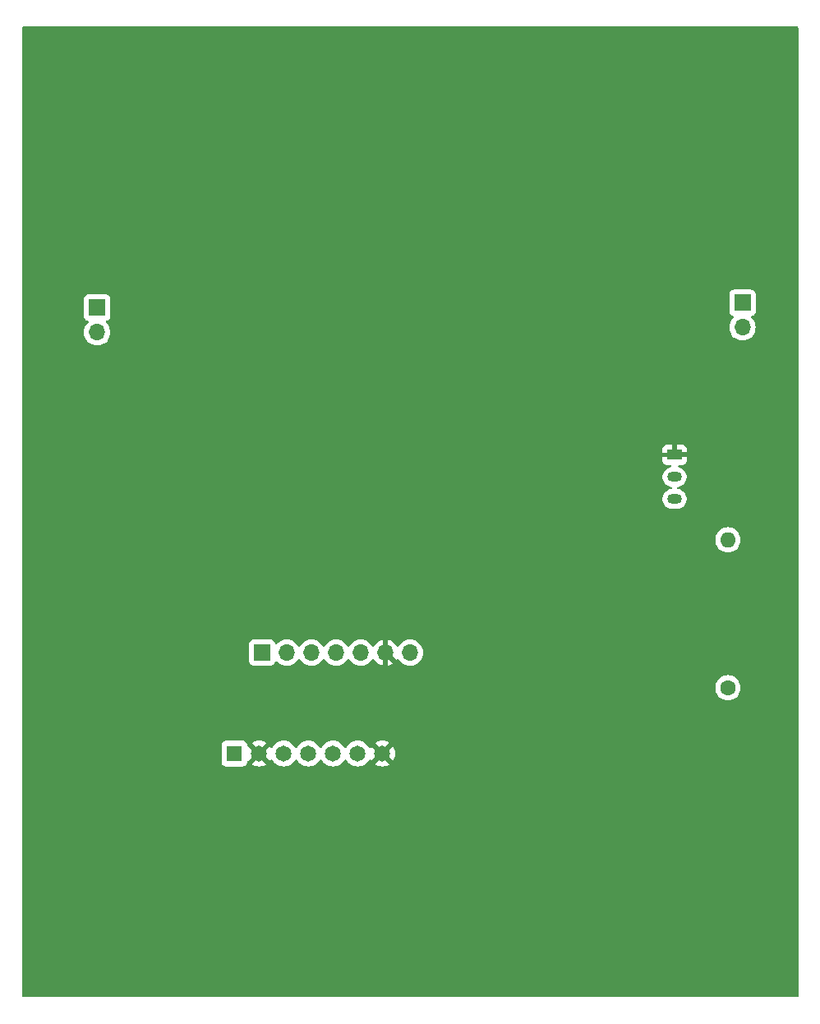
<source format=gbr>
%TF.GenerationSoftware,KiCad,Pcbnew,8.0.6*%
%TF.CreationDate,2025-01-04T10:48:04+08:00*%
%TF.ProjectId,Internal Chamber,496e7465-726e-4616-9c20-4368616d6265,rev?*%
%TF.SameCoordinates,Original*%
%TF.FileFunction,Copper,L2,Bot*%
%TF.FilePolarity,Positive*%
%FSLAX46Y46*%
G04 Gerber Fmt 4.6, Leading zero omitted, Abs format (unit mm)*
G04 Created by KiCad (PCBNEW 8.0.6) date 2025-01-04 10:48:04*
%MOMM*%
%LPD*%
G01*
G04 APERTURE LIST*
%TA.AperFunction,ComponentPad*%
%ADD10R,1.700000X1.700000*%
%TD*%
%TA.AperFunction,ComponentPad*%
%ADD11O,1.700000X1.700000*%
%TD*%
%TA.AperFunction,ComponentPad*%
%ADD12C,1.650000*%
%TD*%
%TA.AperFunction,ComponentPad*%
%ADD13R,1.650000X1.650000*%
%TD*%
%TA.AperFunction,ComponentPad*%
%ADD14O,1.600000X1.600000*%
%TD*%
%TA.AperFunction,ComponentPad*%
%ADD15C,1.600000*%
%TD*%
%TA.AperFunction,ComponentPad*%
%ADD16O,1.500000X1.050000*%
%TD*%
%TA.AperFunction,ComponentPad*%
%ADD17R,1.500000X1.050000*%
%TD*%
%TA.AperFunction,Conductor*%
%ADD18C,0.500000*%
%TD*%
G04 APERTURE END LIST*
D10*
%TO.P,J3,1,Pin_1*%
%TO.N,/Data*%
X146250000Y-68710000D03*
D11*
%TO.P,J3,2,Pin_2*%
X146250000Y-71250000D03*
%TD*%
D10*
%TO.P,J2,1,Pin_1*%
%TO.N,/Data*%
X212750000Y-68210000D03*
D11*
%TO.P,J2,2,Pin_2*%
X212750000Y-70750000D03*
%TD*%
D12*
%TO.P,U1,7,SEL*%
%TO.N,GND*%
X175640000Y-114650000D03*
%TO.P,U1,6,PWM*%
%TO.N,/PWM*%
X173100000Y-114650000D03*
%TO.P,U1,5,RDY*%
%TO.N,/RDY*%
X170560000Y-114650000D03*
%TO.P,U1,4,RX/SDA*%
%TO.N,/SDA*%
X168020000Y-114650000D03*
%TO.P,U1,3,TX/SCL*%
%TO.N,/SCL*%
X165480000Y-114650000D03*
%TO.P,U1,2,GND*%
%TO.N,GND*%
X162940000Y-114650000D03*
D13*
%TO.P,U1,1,VDD*%
%TO.N,/VCC*%
X160400000Y-114650000D03*
%TD*%
D14*
%TO.P,R1,2*%
%TO.N,Net-(U3-DQ)*%
X211250000Y-92630000D03*
D15*
%TO.P,R1,1*%
%TO.N,/TEMP*%
X211250000Y-107870000D03*
%TD*%
D10*
%TO.P,J1,1,Pin_1*%
%TO.N,/VCC*%
X163260000Y-104250000D03*
D11*
%TO.P,J1,2,Pin_2*%
%TO.N,/SCL*%
X165800000Y-104250000D03*
%TO.P,J1,3,Pin_3*%
%TO.N,/SDA*%
X168340000Y-104250000D03*
%TO.P,J1,4,Pin_4*%
%TO.N,/RDY*%
X170880000Y-104250000D03*
%TO.P,J1,5,Pin_5*%
%TO.N,/PWM*%
X173420000Y-104250000D03*
%TO.P,J1,6,Pin_6*%
%TO.N,GND*%
X175960000Y-104250000D03*
%TO.P,J1,7,Pin_7*%
%TO.N,/TEMP*%
X178500000Y-104250000D03*
%TD*%
D16*
%TO.P,U3,3,V_{DD}*%
%TO.N,/VCC*%
X205750000Y-88420000D03*
%TO.P,U3,2,DQ*%
%TO.N,Net-(U3-DQ)*%
X205750000Y-86150000D03*
D17*
%TO.P,U3,1,GND*%
%TO.N,GND*%
X205750000Y-83880000D03*
%TD*%
D18*
%TO.N,GND*%
X166790000Y-118500000D02*
X171790000Y-118500000D01*
X171790000Y-118500000D02*
X175640000Y-114650000D01*
X162940000Y-114650000D02*
X166790000Y-118500000D01*
X178500000Y-110250000D02*
X216500000Y-110250000D01*
X178500000Y-110250000D02*
X178500000Y-111790000D01*
X216500000Y-110250000D02*
X216750000Y-110000000D01*
X178500000Y-106790000D02*
X178500000Y-110250000D01*
X178500000Y-111790000D02*
X175640000Y-114650000D01*
X175960000Y-104250000D02*
X178500000Y-106790000D01*
X216750000Y-89750000D02*
X216750000Y-110000000D01*
X210880000Y-83880000D02*
X216750000Y-89750000D01*
X205750000Y-83880000D02*
X210880000Y-83880000D01*
%TD*%
%TA.AperFunction,Conductor*%
%TO.N,GND*%
G36*
X218443039Y-39769685D02*
G01*
X218488794Y-39822489D01*
X218500000Y-39874000D01*
X218500000Y-139626000D01*
X218480315Y-139693039D01*
X218427511Y-139738794D01*
X218376000Y-139750000D01*
X138624000Y-139750000D01*
X138556961Y-139730315D01*
X138511206Y-139677511D01*
X138500000Y-139626000D01*
X138500000Y-113777135D01*
X159074500Y-113777135D01*
X159074500Y-115522870D01*
X159074501Y-115522876D01*
X159080908Y-115582483D01*
X159131202Y-115717328D01*
X159131206Y-115717335D01*
X159217452Y-115832544D01*
X159217455Y-115832547D01*
X159332664Y-115918793D01*
X159332671Y-115918797D01*
X159467517Y-115969091D01*
X159467516Y-115969091D01*
X159474444Y-115969835D01*
X159527127Y-115975500D01*
X161272872Y-115975499D01*
X161332483Y-115969091D01*
X161467331Y-115918796D01*
X161582546Y-115832546D01*
X161668796Y-115717331D01*
X161719091Y-115582483D01*
X161725500Y-115522873D01*
X161725499Y-115518474D01*
X161745175Y-115451436D01*
X161797973Y-115405674D01*
X161837599Y-115398846D01*
X162416212Y-114820233D01*
X162427482Y-114862292D01*
X162499890Y-114987708D01*
X162602292Y-115090110D01*
X162727708Y-115162518D01*
X162769765Y-115173787D01*
X162196576Y-115746975D01*
X162274969Y-115801867D01*
X162485090Y-115899847D01*
X162485099Y-115899851D01*
X162709031Y-115959852D01*
X162709041Y-115959854D01*
X162939999Y-115980061D01*
X162940001Y-115980061D01*
X163170958Y-115959854D01*
X163170968Y-115959852D01*
X163394900Y-115899851D01*
X163394909Y-115899847D01*
X163605030Y-115801867D01*
X163605034Y-115801865D01*
X163683422Y-115746976D01*
X163683422Y-115746975D01*
X163110235Y-115173787D01*
X163152292Y-115162518D01*
X163277708Y-115090110D01*
X163380110Y-114987708D01*
X163452518Y-114862292D01*
X163463787Y-114820234D01*
X164036975Y-115393422D01*
X164036976Y-115393422D01*
X164091864Y-115315034D01*
X164097339Y-115303294D01*
X164143509Y-115250852D01*
X164210701Y-115231697D01*
X164277584Y-115251909D01*
X164322105Y-115303286D01*
X164327699Y-115315282D01*
X164460730Y-115505269D01*
X164624731Y-115669270D01*
X164814718Y-115802301D01*
X165024921Y-115900320D01*
X165248950Y-115960349D01*
X165413985Y-115974787D01*
X165479998Y-115980563D01*
X165480000Y-115980563D01*
X165480002Y-115980563D01*
X165537894Y-115975498D01*
X165711050Y-115960349D01*
X165935079Y-115900320D01*
X166145282Y-115802301D01*
X166335269Y-115669270D01*
X166499270Y-115505269D01*
X166632301Y-115315282D01*
X166637618Y-115303878D01*
X166683790Y-115251440D01*
X166750984Y-115232288D01*
X166817865Y-115252504D01*
X166862381Y-115303878D01*
X166867699Y-115315282D01*
X167000730Y-115505269D01*
X167164731Y-115669270D01*
X167354718Y-115802301D01*
X167564921Y-115900320D01*
X167788950Y-115960349D01*
X167953985Y-115974787D01*
X168019998Y-115980563D01*
X168020000Y-115980563D01*
X168020002Y-115980563D01*
X168077894Y-115975498D01*
X168251050Y-115960349D01*
X168475079Y-115900320D01*
X168685282Y-115802301D01*
X168875269Y-115669270D01*
X169039270Y-115505269D01*
X169172301Y-115315282D01*
X169177618Y-115303878D01*
X169223790Y-115251440D01*
X169290984Y-115232288D01*
X169357865Y-115252504D01*
X169402381Y-115303878D01*
X169407699Y-115315282D01*
X169540730Y-115505269D01*
X169704731Y-115669270D01*
X169894718Y-115802301D01*
X170104921Y-115900320D01*
X170328950Y-115960349D01*
X170493985Y-115974787D01*
X170559998Y-115980563D01*
X170560000Y-115980563D01*
X170560002Y-115980563D01*
X170617894Y-115975498D01*
X170791050Y-115960349D01*
X171015079Y-115900320D01*
X171225282Y-115802301D01*
X171415269Y-115669270D01*
X171579270Y-115505269D01*
X171712301Y-115315282D01*
X171717618Y-115303878D01*
X171763790Y-115251440D01*
X171830984Y-115232288D01*
X171897865Y-115252504D01*
X171942381Y-115303878D01*
X171947699Y-115315282D01*
X172080730Y-115505269D01*
X172244731Y-115669270D01*
X172434718Y-115802301D01*
X172644921Y-115900320D01*
X172868950Y-115960349D01*
X173033985Y-115974787D01*
X173099998Y-115980563D01*
X173100000Y-115980563D01*
X173100002Y-115980563D01*
X173157894Y-115975498D01*
X173331050Y-115960349D01*
X173555079Y-115900320D01*
X173765282Y-115802301D01*
X173955269Y-115669270D01*
X174119270Y-115505269D01*
X174252301Y-115315282D01*
X174257893Y-115303289D01*
X174304062Y-115250851D01*
X174371255Y-115231697D01*
X174438137Y-115251911D01*
X174482656Y-115303286D01*
X174488132Y-115315029D01*
X174543023Y-115393422D01*
X175116212Y-114820233D01*
X175127482Y-114862292D01*
X175199890Y-114987708D01*
X175302292Y-115090110D01*
X175427708Y-115162518D01*
X175469765Y-115173787D01*
X174896576Y-115746975D01*
X174974969Y-115801867D01*
X175185090Y-115899847D01*
X175185099Y-115899851D01*
X175409031Y-115959852D01*
X175409041Y-115959854D01*
X175639999Y-115980061D01*
X175640001Y-115980061D01*
X175870958Y-115959854D01*
X175870968Y-115959852D01*
X176094900Y-115899851D01*
X176094909Y-115899847D01*
X176305030Y-115801867D01*
X176305034Y-115801865D01*
X176383422Y-115746976D01*
X176383422Y-115746975D01*
X175810235Y-115173787D01*
X175852292Y-115162518D01*
X175977708Y-115090110D01*
X176080110Y-114987708D01*
X176152518Y-114862292D01*
X176163787Y-114820234D01*
X176736975Y-115393422D01*
X176736976Y-115393422D01*
X176791865Y-115315034D01*
X176791867Y-115315030D01*
X176889847Y-115104909D01*
X176889851Y-115104900D01*
X176949852Y-114880968D01*
X176949854Y-114880958D01*
X176970061Y-114650000D01*
X176970061Y-114649999D01*
X176949854Y-114419041D01*
X176949852Y-114419031D01*
X176889851Y-114195099D01*
X176889847Y-114195090D01*
X176791867Y-113984971D01*
X176791866Y-113984969D01*
X176736975Y-113906577D01*
X176736975Y-113906576D01*
X176163787Y-114479764D01*
X176152518Y-114437708D01*
X176080110Y-114312292D01*
X175977708Y-114209890D01*
X175852292Y-114137482D01*
X175810234Y-114126212D01*
X176383422Y-113553023D01*
X176305030Y-113498133D01*
X176094909Y-113400152D01*
X176094900Y-113400148D01*
X175870968Y-113340147D01*
X175870958Y-113340145D01*
X175640001Y-113319939D01*
X175639999Y-113319939D01*
X175409041Y-113340145D01*
X175409031Y-113340147D01*
X175185099Y-113400148D01*
X175185090Y-113400152D01*
X174974967Y-113498134D01*
X174896576Y-113553022D01*
X175469766Y-114126212D01*
X175427708Y-114137482D01*
X175302292Y-114209890D01*
X175199890Y-114312292D01*
X175127482Y-114437708D01*
X175116212Y-114479765D01*
X174543023Y-113906576D01*
X174543022Y-113906576D01*
X174488134Y-113984966D01*
X174482655Y-113996717D01*
X174436480Y-114049154D01*
X174369286Y-114068303D01*
X174302405Y-114048084D01*
X174257894Y-113996713D01*
X174252301Y-113984719D01*
X174119270Y-113794731D01*
X173955269Y-113630730D01*
X173765282Y-113497699D01*
X173555079Y-113399680D01*
X173555076Y-113399679D01*
X173555074Y-113399678D01*
X173331051Y-113339651D01*
X173331044Y-113339650D01*
X173100002Y-113319437D01*
X173099998Y-113319437D01*
X172868955Y-113339650D01*
X172868948Y-113339651D01*
X172644917Y-113399681D01*
X172434718Y-113497699D01*
X172434714Y-113497701D01*
X172244735Y-113630726D01*
X172244729Y-113630731D01*
X172080731Y-113794729D01*
X172080726Y-113794735D01*
X171947701Y-113984714D01*
X171947698Y-113984720D01*
X171942381Y-113996123D01*
X171896207Y-114048562D01*
X171829013Y-114067712D01*
X171762133Y-114047495D01*
X171717619Y-113996123D01*
X171712420Y-113984975D01*
X171712301Y-113984719D01*
X171712299Y-113984716D01*
X171712298Y-113984714D01*
X171579273Y-113794735D01*
X171579268Y-113794729D01*
X171415269Y-113630730D01*
X171304292Y-113553023D01*
X171225282Y-113497699D01*
X171015079Y-113399680D01*
X171015076Y-113399679D01*
X171015074Y-113399678D01*
X170791051Y-113339651D01*
X170791044Y-113339650D01*
X170560002Y-113319437D01*
X170559998Y-113319437D01*
X170328955Y-113339650D01*
X170328948Y-113339651D01*
X170104917Y-113399681D01*
X169894718Y-113497699D01*
X169894714Y-113497701D01*
X169704735Y-113630726D01*
X169704729Y-113630731D01*
X169540731Y-113794729D01*
X169540726Y-113794735D01*
X169407701Y-113984714D01*
X169407698Y-113984720D01*
X169402381Y-113996123D01*
X169356207Y-114048562D01*
X169289013Y-114067712D01*
X169222133Y-114047495D01*
X169177619Y-113996123D01*
X169172420Y-113984975D01*
X169172301Y-113984719D01*
X169172299Y-113984716D01*
X169172298Y-113984714D01*
X169039273Y-113794735D01*
X169039268Y-113794729D01*
X168875269Y-113630730D01*
X168764292Y-113553023D01*
X168685282Y-113497699D01*
X168475079Y-113399680D01*
X168475076Y-113399679D01*
X168475074Y-113399678D01*
X168251051Y-113339651D01*
X168251044Y-113339650D01*
X168020002Y-113319437D01*
X168019998Y-113319437D01*
X167788955Y-113339650D01*
X167788948Y-113339651D01*
X167564917Y-113399681D01*
X167354718Y-113497699D01*
X167354714Y-113497701D01*
X167164735Y-113630726D01*
X167164729Y-113630731D01*
X167000731Y-113794729D01*
X167000726Y-113794735D01*
X166867701Y-113984714D01*
X166867698Y-113984720D01*
X166862381Y-113996123D01*
X166816207Y-114048562D01*
X166749013Y-114067712D01*
X166682133Y-114047495D01*
X166637619Y-113996123D01*
X166632420Y-113984975D01*
X166632301Y-113984719D01*
X166632299Y-113984716D01*
X166632298Y-113984714D01*
X166499273Y-113794735D01*
X166499268Y-113794729D01*
X166335269Y-113630730D01*
X166224292Y-113553023D01*
X166145282Y-113497699D01*
X165935079Y-113399680D01*
X165935076Y-113399679D01*
X165935074Y-113399678D01*
X165711051Y-113339651D01*
X165711044Y-113339650D01*
X165480002Y-113319437D01*
X165479998Y-113319437D01*
X165248955Y-113339650D01*
X165248948Y-113339651D01*
X165024917Y-113399681D01*
X164814718Y-113497699D01*
X164814714Y-113497701D01*
X164624735Y-113630726D01*
X164624729Y-113630731D01*
X164460731Y-113794729D01*
X164460726Y-113794735D01*
X164327701Y-113984714D01*
X164327697Y-113984722D01*
X164322104Y-113996716D01*
X164275929Y-114049154D01*
X164208735Y-114068303D01*
X164141855Y-114048084D01*
X164097342Y-113996711D01*
X164091869Y-113984975D01*
X164091866Y-113984969D01*
X164036975Y-113906577D01*
X164036975Y-113906576D01*
X163463787Y-114479764D01*
X163452518Y-114437708D01*
X163380110Y-114312292D01*
X163277708Y-114209890D01*
X163152292Y-114137482D01*
X163110234Y-114126212D01*
X163683422Y-113553023D01*
X163605030Y-113498133D01*
X163394909Y-113400152D01*
X163394900Y-113400148D01*
X163170968Y-113340147D01*
X163170958Y-113340145D01*
X162940001Y-113319939D01*
X162939999Y-113319939D01*
X162709041Y-113340145D01*
X162709031Y-113340147D01*
X162485099Y-113400148D01*
X162485090Y-113400152D01*
X162274967Y-113498134D01*
X162196576Y-113553022D01*
X162769766Y-114126212D01*
X162727708Y-114137482D01*
X162602292Y-114209890D01*
X162499890Y-114312292D01*
X162427482Y-114437708D01*
X162416212Y-114479765D01*
X161836782Y-113900336D01*
X161791805Y-113891297D01*
X161741623Y-113842681D01*
X161725499Y-113781536D01*
X161725499Y-113777129D01*
X161725498Y-113777123D01*
X161725497Y-113777116D01*
X161719091Y-113717517D01*
X161668796Y-113582669D01*
X161668795Y-113582668D01*
X161668793Y-113582664D01*
X161582547Y-113467455D01*
X161582544Y-113467452D01*
X161467335Y-113381206D01*
X161467328Y-113381202D01*
X161332482Y-113330908D01*
X161332483Y-113330908D01*
X161272883Y-113324501D01*
X161272881Y-113324500D01*
X161272873Y-113324500D01*
X161272864Y-113324500D01*
X159527129Y-113324500D01*
X159527123Y-113324501D01*
X159467516Y-113330908D01*
X159332671Y-113381202D01*
X159332664Y-113381206D01*
X159217455Y-113467452D01*
X159217452Y-113467455D01*
X159131206Y-113582664D01*
X159131202Y-113582671D01*
X159080908Y-113717517D01*
X159074501Y-113777116D01*
X159074501Y-113777123D01*
X159074500Y-113777135D01*
X138500000Y-113777135D01*
X138500000Y-107869998D01*
X209944532Y-107869998D01*
X209944532Y-107870001D01*
X209964364Y-108096686D01*
X209964366Y-108096697D01*
X210023258Y-108316488D01*
X210023261Y-108316497D01*
X210119431Y-108522732D01*
X210119432Y-108522734D01*
X210249954Y-108709141D01*
X210410858Y-108870045D01*
X210410861Y-108870047D01*
X210597266Y-109000568D01*
X210803504Y-109096739D01*
X211023308Y-109155635D01*
X211185230Y-109169801D01*
X211249998Y-109175468D01*
X211250000Y-109175468D01*
X211250002Y-109175468D01*
X211306673Y-109170509D01*
X211476692Y-109155635D01*
X211696496Y-109096739D01*
X211902734Y-109000568D01*
X212089139Y-108870047D01*
X212250047Y-108709139D01*
X212380568Y-108522734D01*
X212476739Y-108316496D01*
X212535635Y-108096692D01*
X212555468Y-107870000D01*
X212535635Y-107643308D01*
X212476739Y-107423504D01*
X212380568Y-107217266D01*
X212250047Y-107030861D01*
X212250045Y-107030858D01*
X212089141Y-106869954D01*
X211902734Y-106739432D01*
X211902732Y-106739431D01*
X211696497Y-106643261D01*
X211696488Y-106643258D01*
X211476697Y-106584366D01*
X211476693Y-106584365D01*
X211476692Y-106584365D01*
X211476691Y-106584364D01*
X211476686Y-106584364D01*
X211250002Y-106564532D01*
X211249998Y-106564532D01*
X211023313Y-106584364D01*
X211023302Y-106584366D01*
X210803511Y-106643258D01*
X210803502Y-106643261D01*
X210597267Y-106739431D01*
X210597265Y-106739432D01*
X210410858Y-106869954D01*
X210249954Y-107030858D01*
X210119432Y-107217265D01*
X210119431Y-107217267D01*
X210023261Y-107423502D01*
X210023258Y-107423511D01*
X209964366Y-107643302D01*
X209964364Y-107643313D01*
X209944532Y-107869998D01*
X138500000Y-107869998D01*
X138500000Y-103352135D01*
X161909500Y-103352135D01*
X161909500Y-105147870D01*
X161909501Y-105147876D01*
X161915908Y-105207483D01*
X161966202Y-105342328D01*
X161966206Y-105342335D01*
X162052452Y-105457544D01*
X162052455Y-105457547D01*
X162167664Y-105543793D01*
X162167671Y-105543797D01*
X162302517Y-105594091D01*
X162302516Y-105594091D01*
X162309444Y-105594835D01*
X162362127Y-105600500D01*
X164157872Y-105600499D01*
X164217483Y-105594091D01*
X164352331Y-105543796D01*
X164467546Y-105457546D01*
X164553796Y-105342331D01*
X164602810Y-105210916D01*
X164644681Y-105154984D01*
X164710145Y-105130566D01*
X164778418Y-105145417D01*
X164806673Y-105166569D01*
X164928599Y-105288495D01*
X165025384Y-105356265D01*
X165122165Y-105424032D01*
X165122167Y-105424033D01*
X165122170Y-105424035D01*
X165336337Y-105523903D01*
X165564592Y-105585063D01*
X165741034Y-105600500D01*
X165799999Y-105605659D01*
X165800000Y-105605659D01*
X165800001Y-105605659D01*
X165858966Y-105600500D01*
X166035408Y-105585063D01*
X166263663Y-105523903D01*
X166477830Y-105424035D01*
X166671401Y-105288495D01*
X166838495Y-105121401D01*
X166968425Y-104935842D01*
X167023002Y-104892217D01*
X167092500Y-104885023D01*
X167154855Y-104916546D01*
X167171575Y-104935842D01*
X167301500Y-105121395D01*
X167301505Y-105121401D01*
X167468599Y-105288495D01*
X167565384Y-105356265D01*
X167662165Y-105424032D01*
X167662167Y-105424033D01*
X167662170Y-105424035D01*
X167876337Y-105523903D01*
X168104592Y-105585063D01*
X168281034Y-105600500D01*
X168339999Y-105605659D01*
X168340000Y-105605659D01*
X168340001Y-105605659D01*
X168398966Y-105600500D01*
X168575408Y-105585063D01*
X168803663Y-105523903D01*
X169017830Y-105424035D01*
X169211401Y-105288495D01*
X169378495Y-105121401D01*
X169508425Y-104935842D01*
X169563002Y-104892217D01*
X169632500Y-104885023D01*
X169694855Y-104916546D01*
X169711575Y-104935842D01*
X169841500Y-105121395D01*
X169841505Y-105121401D01*
X170008599Y-105288495D01*
X170105384Y-105356265D01*
X170202165Y-105424032D01*
X170202167Y-105424033D01*
X170202170Y-105424035D01*
X170416337Y-105523903D01*
X170644592Y-105585063D01*
X170821034Y-105600500D01*
X170879999Y-105605659D01*
X170880000Y-105605659D01*
X170880001Y-105605659D01*
X170938966Y-105600500D01*
X171115408Y-105585063D01*
X171343663Y-105523903D01*
X171557830Y-105424035D01*
X171751401Y-105288495D01*
X171918495Y-105121401D01*
X172048425Y-104935842D01*
X172103002Y-104892217D01*
X172172500Y-104885023D01*
X172234855Y-104916546D01*
X172251575Y-104935842D01*
X172381500Y-105121395D01*
X172381505Y-105121401D01*
X172548599Y-105288495D01*
X172645384Y-105356265D01*
X172742165Y-105424032D01*
X172742167Y-105424033D01*
X172742170Y-105424035D01*
X172956337Y-105523903D01*
X173184592Y-105585063D01*
X173361034Y-105600500D01*
X173419999Y-105605659D01*
X173420000Y-105605659D01*
X173420001Y-105605659D01*
X173478966Y-105600500D01*
X173655408Y-105585063D01*
X173883663Y-105523903D01*
X174097830Y-105424035D01*
X174291401Y-105288495D01*
X174458495Y-105121401D01*
X174588730Y-104935405D01*
X174643307Y-104891781D01*
X174712805Y-104884587D01*
X174775160Y-104916110D01*
X174791879Y-104935405D01*
X174921890Y-105121078D01*
X175088917Y-105288105D01*
X175282421Y-105423600D01*
X175496507Y-105523429D01*
X175496516Y-105523433D01*
X175710000Y-105580634D01*
X175710000Y-104683012D01*
X175767007Y-104715925D01*
X175894174Y-104750000D01*
X176025826Y-104750000D01*
X176152993Y-104715925D01*
X176210000Y-104683012D01*
X176210000Y-105580633D01*
X176423483Y-105523433D01*
X176423492Y-105523429D01*
X176637578Y-105423600D01*
X176831082Y-105288105D01*
X176998105Y-105121082D01*
X177128119Y-104935405D01*
X177182696Y-104891781D01*
X177252195Y-104884588D01*
X177314549Y-104916110D01*
X177331269Y-104935405D01*
X177461505Y-105121401D01*
X177628599Y-105288495D01*
X177725384Y-105356265D01*
X177822165Y-105424032D01*
X177822167Y-105424033D01*
X177822170Y-105424035D01*
X178036337Y-105523903D01*
X178264592Y-105585063D01*
X178441034Y-105600500D01*
X178499999Y-105605659D01*
X178500000Y-105605659D01*
X178500001Y-105605659D01*
X178558966Y-105600500D01*
X178735408Y-105585063D01*
X178963663Y-105523903D01*
X179177830Y-105424035D01*
X179371401Y-105288495D01*
X179538495Y-105121401D01*
X179674035Y-104927830D01*
X179773903Y-104713663D01*
X179835063Y-104485408D01*
X179855659Y-104250000D01*
X179835063Y-104014592D01*
X179773903Y-103786337D01*
X179674035Y-103572171D01*
X179668731Y-103564595D01*
X179538494Y-103378597D01*
X179371402Y-103211506D01*
X179371395Y-103211501D01*
X179177834Y-103075967D01*
X179177830Y-103075965D01*
X179177828Y-103075964D01*
X178963663Y-102976097D01*
X178963659Y-102976096D01*
X178963655Y-102976094D01*
X178735413Y-102914938D01*
X178735403Y-102914936D01*
X178500001Y-102894341D01*
X178499999Y-102894341D01*
X178264596Y-102914936D01*
X178264586Y-102914938D01*
X178036344Y-102976094D01*
X178036335Y-102976098D01*
X177822171Y-103075964D01*
X177822169Y-103075965D01*
X177628597Y-103211505D01*
X177461508Y-103378594D01*
X177331269Y-103564595D01*
X177276692Y-103608219D01*
X177207193Y-103615412D01*
X177144839Y-103583890D01*
X177128119Y-103564594D01*
X176998113Y-103378926D01*
X176998108Y-103378920D01*
X176831082Y-103211894D01*
X176637578Y-103076399D01*
X176423492Y-102976570D01*
X176423486Y-102976567D01*
X176210000Y-102919364D01*
X176210000Y-103816988D01*
X176152993Y-103784075D01*
X176025826Y-103750000D01*
X175894174Y-103750000D01*
X175767007Y-103784075D01*
X175710000Y-103816988D01*
X175710000Y-102919364D01*
X175709999Y-102919364D01*
X175496513Y-102976567D01*
X175496507Y-102976570D01*
X175282422Y-103076399D01*
X175282420Y-103076400D01*
X175088926Y-103211886D01*
X175088920Y-103211891D01*
X174921891Y-103378920D01*
X174921890Y-103378922D01*
X174791880Y-103564595D01*
X174737303Y-103608219D01*
X174667804Y-103615412D01*
X174605450Y-103583890D01*
X174588730Y-103564594D01*
X174458494Y-103378597D01*
X174291402Y-103211506D01*
X174291395Y-103211501D01*
X174097834Y-103075967D01*
X174097830Y-103075965D01*
X174097828Y-103075964D01*
X173883663Y-102976097D01*
X173883659Y-102976096D01*
X173883655Y-102976094D01*
X173655413Y-102914938D01*
X173655403Y-102914936D01*
X173420001Y-102894341D01*
X173419999Y-102894341D01*
X173184596Y-102914936D01*
X173184586Y-102914938D01*
X172956344Y-102976094D01*
X172956335Y-102976098D01*
X172742171Y-103075964D01*
X172742169Y-103075965D01*
X172548597Y-103211505D01*
X172381505Y-103378597D01*
X172251575Y-103564158D01*
X172196998Y-103607783D01*
X172127500Y-103614977D01*
X172065145Y-103583454D01*
X172048425Y-103564158D01*
X171918494Y-103378597D01*
X171751402Y-103211506D01*
X171751395Y-103211501D01*
X171557834Y-103075967D01*
X171557830Y-103075965D01*
X171557828Y-103075964D01*
X171343663Y-102976097D01*
X171343659Y-102976096D01*
X171343655Y-102976094D01*
X171115413Y-102914938D01*
X171115403Y-102914936D01*
X170880001Y-102894341D01*
X170879999Y-102894341D01*
X170644596Y-102914936D01*
X170644586Y-102914938D01*
X170416344Y-102976094D01*
X170416335Y-102976098D01*
X170202171Y-103075964D01*
X170202169Y-103075965D01*
X170008597Y-103211505D01*
X169841505Y-103378597D01*
X169711575Y-103564158D01*
X169656998Y-103607783D01*
X169587500Y-103614977D01*
X169525145Y-103583454D01*
X169508425Y-103564158D01*
X169378494Y-103378597D01*
X169211402Y-103211506D01*
X169211395Y-103211501D01*
X169017834Y-103075967D01*
X169017830Y-103075965D01*
X169017828Y-103075964D01*
X168803663Y-102976097D01*
X168803659Y-102976096D01*
X168803655Y-102976094D01*
X168575413Y-102914938D01*
X168575403Y-102914936D01*
X168340001Y-102894341D01*
X168339999Y-102894341D01*
X168104596Y-102914936D01*
X168104586Y-102914938D01*
X167876344Y-102976094D01*
X167876335Y-102976098D01*
X167662171Y-103075964D01*
X167662169Y-103075965D01*
X167468597Y-103211505D01*
X167301505Y-103378597D01*
X167171575Y-103564158D01*
X167116998Y-103607783D01*
X167047500Y-103614977D01*
X166985145Y-103583454D01*
X166968425Y-103564158D01*
X166838494Y-103378597D01*
X166671402Y-103211506D01*
X166671395Y-103211501D01*
X166477834Y-103075967D01*
X166477830Y-103075965D01*
X166477828Y-103075964D01*
X166263663Y-102976097D01*
X166263659Y-102976096D01*
X166263655Y-102976094D01*
X166035413Y-102914938D01*
X166035403Y-102914936D01*
X165800001Y-102894341D01*
X165799999Y-102894341D01*
X165564596Y-102914936D01*
X165564586Y-102914938D01*
X165336344Y-102976094D01*
X165336335Y-102976098D01*
X165122171Y-103075964D01*
X165122169Y-103075965D01*
X164928600Y-103211503D01*
X164806673Y-103333430D01*
X164745350Y-103366914D01*
X164675658Y-103361930D01*
X164619725Y-103320058D01*
X164602810Y-103289081D01*
X164553797Y-103157671D01*
X164553793Y-103157664D01*
X164467547Y-103042455D01*
X164467544Y-103042452D01*
X164352335Y-102956206D01*
X164352328Y-102956202D01*
X164217482Y-102905908D01*
X164217483Y-102905908D01*
X164157883Y-102899501D01*
X164157881Y-102899500D01*
X164157873Y-102899500D01*
X164157864Y-102899500D01*
X162362129Y-102899500D01*
X162362123Y-102899501D01*
X162302516Y-102905908D01*
X162167671Y-102956202D01*
X162167664Y-102956206D01*
X162052455Y-103042452D01*
X162052452Y-103042455D01*
X161966206Y-103157664D01*
X161966202Y-103157671D01*
X161915908Y-103292517D01*
X161909501Y-103352116D01*
X161909500Y-103352135D01*
X138500000Y-103352135D01*
X138500000Y-92629998D01*
X209944532Y-92629998D01*
X209944532Y-92630001D01*
X209964364Y-92856686D01*
X209964366Y-92856697D01*
X210023258Y-93076488D01*
X210023261Y-93076497D01*
X210119431Y-93282732D01*
X210119432Y-93282734D01*
X210249954Y-93469141D01*
X210410858Y-93630045D01*
X210410861Y-93630047D01*
X210597266Y-93760568D01*
X210803504Y-93856739D01*
X211023308Y-93915635D01*
X211185230Y-93929801D01*
X211249998Y-93935468D01*
X211250000Y-93935468D01*
X211250002Y-93935468D01*
X211306673Y-93930509D01*
X211476692Y-93915635D01*
X211696496Y-93856739D01*
X211902734Y-93760568D01*
X212089139Y-93630047D01*
X212250047Y-93469139D01*
X212380568Y-93282734D01*
X212476739Y-93076496D01*
X212535635Y-92856692D01*
X212555468Y-92630000D01*
X212535635Y-92403308D01*
X212476739Y-92183504D01*
X212380568Y-91977266D01*
X212250047Y-91790861D01*
X212250045Y-91790858D01*
X212089141Y-91629954D01*
X211902734Y-91499432D01*
X211902732Y-91499431D01*
X211696497Y-91403261D01*
X211696488Y-91403258D01*
X211476697Y-91344366D01*
X211476693Y-91344365D01*
X211476692Y-91344365D01*
X211476691Y-91344364D01*
X211476686Y-91344364D01*
X211250002Y-91324532D01*
X211249998Y-91324532D01*
X211023313Y-91344364D01*
X211023302Y-91344366D01*
X210803511Y-91403258D01*
X210803502Y-91403261D01*
X210597267Y-91499431D01*
X210597265Y-91499432D01*
X210410858Y-91629954D01*
X210249954Y-91790858D01*
X210119432Y-91977265D01*
X210119431Y-91977267D01*
X210023261Y-92183502D01*
X210023258Y-92183511D01*
X209964366Y-92403302D01*
X209964364Y-92403313D01*
X209944532Y-92629998D01*
X138500000Y-92629998D01*
X138500000Y-86048992D01*
X204499500Y-86048992D01*
X204499500Y-86251007D01*
X204538907Y-86449119D01*
X204538909Y-86449127D01*
X204616212Y-86635752D01*
X204616217Y-86635762D01*
X204728441Y-86803718D01*
X204871281Y-86946558D01*
X205039237Y-87058782D01*
X205039241Y-87058784D01*
X205039244Y-87058786D01*
X205225873Y-87136091D01*
X205277777Y-87146415D01*
X205363077Y-87163383D01*
X205424988Y-87195768D01*
X205459562Y-87256483D01*
X205455823Y-87326253D01*
X205414956Y-87382925D01*
X205363077Y-87406617D01*
X205225880Y-87433907D01*
X205225872Y-87433909D01*
X205039247Y-87511212D01*
X205039237Y-87511217D01*
X204871281Y-87623441D01*
X204728441Y-87766281D01*
X204616217Y-87934237D01*
X204616212Y-87934247D01*
X204538909Y-88120872D01*
X204538907Y-88120880D01*
X204499500Y-88318992D01*
X204499500Y-88521007D01*
X204538907Y-88719119D01*
X204538909Y-88719127D01*
X204616212Y-88905752D01*
X204616217Y-88905762D01*
X204728441Y-89073718D01*
X204871281Y-89216558D01*
X205039237Y-89328782D01*
X205039241Y-89328784D01*
X205039244Y-89328786D01*
X205225873Y-89406091D01*
X205423992Y-89445499D01*
X205423996Y-89445500D01*
X205423997Y-89445500D01*
X206076004Y-89445500D01*
X206076005Y-89445499D01*
X206274127Y-89406091D01*
X206460756Y-89328786D01*
X206628718Y-89216558D01*
X206771558Y-89073718D01*
X206883786Y-88905756D01*
X206961091Y-88719127D01*
X207000500Y-88521003D01*
X207000500Y-88318997D01*
X206961091Y-88120873D01*
X206883786Y-87934244D01*
X206883784Y-87934241D01*
X206883782Y-87934237D01*
X206771558Y-87766281D01*
X206628718Y-87623441D01*
X206460762Y-87511217D01*
X206460752Y-87511212D01*
X206274127Y-87433909D01*
X206274119Y-87433907D01*
X206136922Y-87406617D01*
X206075011Y-87374232D01*
X206040437Y-87313517D01*
X206044176Y-87243747D01*
X206085042Y-87187075D01*
X206136922Y-87163383D01*
X206195912Y-87151648D01*
X206274127Y-87136091D01*
X206460756Y-87058786D01*
X206628718Y-86946558D01*
X206771558Y-86803718D01*
X206883786Y-86635756D01*
X206961091Y-86449127D01*
X207000500Y-86251003D01*
X207000500Y-86048997D01*
X206961091Y-85850873D01*
X206883786Y-85664244D01*
X206883784Y-85664241D01*
X206883782Y-85664237D01*
X206771558Y-85496281D01*
X206628718Y-85353441D01*
X206460762Y-85241217D01*
X206460752Y-85241212D01*
X206274127Y-85163909D01*
X206274119Y-85163907D01*
X206207306Y-85150617D01*
X206145395Y-85118232D01*
X206110821Y-85057517D01*
X206114560Y-84987747D01*
X206155427Y-84931075D01*
X206220445Y-84905494D01*
X206231497Y-84905000D01*
X206547828Y-84905000D01*
X206547844Y-84904999D01*
X206607372Y-84898598D01*
X206607379Y-84898596D01*
X206742086Y-84848354D01*
X206742093Y-84848350D01*
X206857187Y-84762190D01*
X206857190Y-84762187D01*
X206943350Y-84647093D01*
X206943354Y-84647086D01*
X206993596Y-84512379D01*
X206993598Y-84512372D01*
X206999999Y-84452844D01*
X207000000Y-84452827D01*
X207000000Y-84130000D01*
X206030330Y-84130000D01*
X206050075Y-84110255D01*
X206099444Y-84024745D01*
X206125000Y-83929370D01*
X206125000Y-83830630D01*
X206099444Y-83735255D01*
X206050075Y-83649745D01*
X206030330Y-83630000D01*
X207000000Y-83630000D01*
X207000000Y-83307172D01*
X206999999Y-83307155D01*
X206993598Y-83247627D01*
X206993596Y-83247620D01*
X206943354Y-83112913D01*
X206943350Y-83112906D01*
X206857190Y-82997812D01*
X206857187Y-82997809D01*
X206742093Y-82911649D01*
X206742086Y-82911645D01*
X206607379Y-82861403D01*
X206607372Y-82861401D01*
X206547844Y-82855000D01*
X206000000Y-82855000D01*
X206000000Y-83599670D01*
X205980255Y-83579925D01*
X205894745Y-83530556D01*
X205799370Y-83505000D01*
X205700630Y-83505000D01*
X205605255Y-83530556D01*
X205519745Y-83579925D01*
X205500000Y-83599670D01*
X205500000Y-82855000D01*
X204952155Y-82855000D01*
X204892627Y-82861401D01*
X204892620Y-82861403D01*
X204757913Y-82911645D01*
X204757906Y-82911649D01*
X204642812Y-82997809D01*
X204642809Y-82997812D01*
X204556649Y-83112906D01*
X204556645Y-83112913D01*
X204506403Y-83247620D01*
X204506401Y-83247627D01*
X204500000Y-83307155D01*
X204500000Y-83630000D01*
X205469670Y-83630000D01*
X205449925Y-83649745D01*
X205400556Y-83735255D01*
X205375000Y-83830630D01*
X205375000Y-83929370D01*
X205400556Y-84024745D01*
X205449925Y-84110255D01*
X205469670Y-84130000D01*
X204500000Y-84130000D01*
X204500000Y-84452844D01*
X204506401Y-84512372D01*
X204506403Y-84512379D01*
X204556645Y-84647086D01*
X204556649Y-84647093D01*
X204642809Y-84762187D01*
X204642812Y-84762190D01*
X204757906Y-84848350D01*
X204757913Y-84848354D01*
X204892620Y-84898596D01*
X204892627Y-84898598D01*
X204952155Y-84904999D01*
X204952172Y-84905000D01*
X205268503Y-84905000D01*
X205335542Y-84924685D01*
X205381297Y-84977489D01*
X205391241Y-85046647D01*
X205362216Y-85110203D01*
X205303438Y-85147977D01*
X205292694Y-85150617D01*
X205225880Y-85163907D01*
X205225872Y-85163909D01*
X205039247Y-85241212D01*
X205039237Y-85241217D01*
X204871281Y-85353441D01*
X204728441Y-85496281D01*
X204616217Y-85664237D01*
X204616212Y-85664247D01*
X204538909Y-85850872D01*
X204538907Y-85850880D01*
X204499500Y-86048992D01*
X138500000Y-86048992D01*
X138500000Y-71249999D01*
X144894341Y-71249999D01*
X144894341Y-71250000D01*
X144914936Y-71485403D01*
X144914938Y-71485413D01*
X144976094Y-71713655D01*
X144976096Y-71713659D01*
X144976097Y-71713663D01*
X145074194Y-71924032D01*
X145075965Y-71927830D01*
X145075967Y-71927834D01*
X145184281Y-72082521D01*
X145211505Y-72121401D01*
X145378599Y-72288495D01*
X145475384Y-72356265D01*
X145572165Y-72424032D01*
X145572167Y-72424033D01*
X145572170Y-72424035D01*
X145786337Y-72523903D01*
X146014592Y-72585063D01*
X146202918Y-72601539D01*
X146249999Y-72605659D01*
X146250000Y-72605659D01*
X146250001Y-72605659D01*
X146289234Y-72602226D01*
X146485408Y-72585063D01*
X146713663Y-72523903D01*
X146927830Y-72424035D01*
X147121401Y-72288495D01*
X147288495Y-72121401D01*
X147424035Y-71927830D01*
X147523903Y-71713663D01*
X147585063Y-71485408D01*
X147605659Y-71250000D01*
X147585063Y-71014592D01*
X147523903Y-70786337D01*
X147506958Y-70749999D01*
X211394341Y-70749999D01*
X211394341Y-70750000D01*
X211414936Y-70985403D01*
X211414938Y-70985413D01*
X211476094Y-71213655D01*
X211476096Y-71213659D01*
X211476097Y-71213663D01*
X211575965Y-71427830D01*
X211575967Y-71427834D01*
X211616285Y-71485413D01*
X211711505Y-71621401D01*
X211878599Y-71788495D01*
X211975384Y-71856265D01*
X212072165Y-71924032D01*
X212072167Y-71924033D01*
X212072170Y-71924035D01*
X212286337Y-72023903D01*
X212514592Y-72085063D01*
X212702918Y-72101539D01*
X212749999Y-72105659D01*
X212750000Y-72105659D01*
X212750001Y-72105659D01*
X212789234Y-72102226D01*
X212985408Y-72085063D01*
X213213663Y-72023903D01*
X213427830Y-71924035D01*
X213621401Y-71788495D01*
X213788495Y-71621401D01*
X213924035Y-71427830D01*
X214023903Y-71213663D01*
X214085063Y-70985408D01*
X214105659Y-70750000D01*
X214085063Y-70514592D01*
X214023903Y-70286337D01*
X213924035Y-70072171D01*
X213922322Y-70069725D01*
X213788496Y-69878600D01*
X213788495Y-69878599D01*
X213666567Y-69756671D01*
X213633084Y-69695351D01*
X213638068Y-69625659D01*
X213679939Y-69569725D01*
X213710915Y-69552810D01*
X213842331Y-69503796D01*
X213957546Y-69417546D01*
X214043796Y-69302331D01*
X214094091Y-69167483D01*
X214100500Y-69107873D01*
X214100499Y-67312128D01*
X214094091Y-67252517D01*
X214043796Y-67117669D01*
X214043795Y-67117668D01*
X214043793Y-67117664D01*
X213957547Y-67002455D01*
X213957544Y-67002452D01*
X213842335Y-66916206D01*
X213842328Y-66916202D01*
X213707482Y-66865908D01*
X213707483Y-66865908D01*
X213647883Y-66859501D01*
X213647881Y-66859500D01*
X213647873Y-66859500D01*
X213647864Y-66859500D01*
X211852129Y-66859500D01*
X211852123Y-66859501D01*
X211792516Y-66865908D01*
X211657671Y-66916202D01*
X211657664Y-66916206D01*
X211542455Y-67002452D01*
X211542452Y-67002455D01*
X211456206Y-67117664D01*
X211456202Y-67117671D01*
X211405908Y-67252517D01*
X211399501Y-67312116D01*
X211399501Y-67312123D01*
X211399500Y-67312135D01*
X211399500Y-69107870D01*
X211399501Y-69107876D01*
X211405908Y-69167483D01*
X211456202Y-69302328D01*
X211456206Y-69302335D01*
X211542452Y-69417544D01*
X211542455Y-69417547D01*
X211657664Y-69503793D01*
X211657671Y-69503797D01*
X211789081Y-69552810D01*
X211845015Y-69594681D01*
X211869432Y-69660145D01*
X211854580Y-69728418D01*
X211833430Y-69756673D01*
X211711503Y-69878600D01*
X211575965Y-70072169D01*
X211575964Y-70072171D01*
X211476098Y-70286335D01*
X211476094Y-70286344D01*
X211414938Y-70514586D01*
X211414936Y-70514596D01*
X211394341Y-70749999D01*
X147506958Y-70749999D01*
X147424035Y-70572171D01*
X147288495Y-70378599D01*
X147166567Y-70256671D01*
X147133084Y-70195351D01*
X147138068Y-70125659D01*
X147179939Y-70069725D01*
X147210915Y-70052810D01*
X147342331Y-70003796D01*
X147457546Y-69917546D01*
X147543796Y-69802331D01*
X147594091Y-69667483D01*
X147600500Y-69607873D01*
X147600499Y-67812128D01*
X147594091Y-67752517D01*
X147543796Y-67617669D01*
X147543795Y-67617668D01*
X147543793Y-67617664D01*
X147457547Y-67502455D01*
X147457544Y-67502452D01*
X147342335Y-67416206D01*
X147342328Y-67416202D01*
X147207482Y-67365908D01*
X147207483Y-67365908D01*
X147147883Y-67359501D01*
X147147881Y-67359500D01*
X147147873Y-67359500D01*
X147147864Y-67359500D01*
X145352129Y-67359500D01*
X145352123Y-67359501D01*
X145292516Y-67365908D01*
X145157671Y-67416202D01*
X145157664Y-67416206D01*
X145042455Y-67502452D01*
X145042452Y-67502455D01*
X144956206Y-67617664D01*
X144956202Y-67617671D01*
X144905908Y-67752517D01*
X144899501Y-67812116D01*
X144899501Y-67812123D01*
X144899500Y-67812135D01*
X144899500Y-69607870D01*
X144899501Y-69607876D01*
X144905908Y-69667483D01*
X144956202Y-69802328D01*
X144956206Y-69802335D01*
X145042452Y-69917544D01*
X145042455Y-69917547D01*
X145157664Y-70003793D01*
X145157671Y-70003797D01*
X145289081Y-70052810D01*
X145345015Y-70094681D01*
X145369432Y-70160145D01*
X145354580Y-70228418D01*
X145333430Y-70256673D01*
X145211503Y-70378600D01*
X145075965Y-70572169D01*
X145075964Y-70572171D01*
X144976098Y-70786335D01*
X144976094Y-70786344D01*
X144914938Y-71014586D01*
X144914936Y-71014596D01*
X144894341Y-71249999D01*
X138500000Y-71249999D01*
X138500000Y-39874000D01*
X138519685Y-39806961D01*
X138572489Y-39761206D01*
X138624000Y-39750000D01*
X218376000Y-39750000D01*
X218443039Y-39769685D01*
G37*
%TD.AperFunction*%
%TD*%
M02*

</source>
